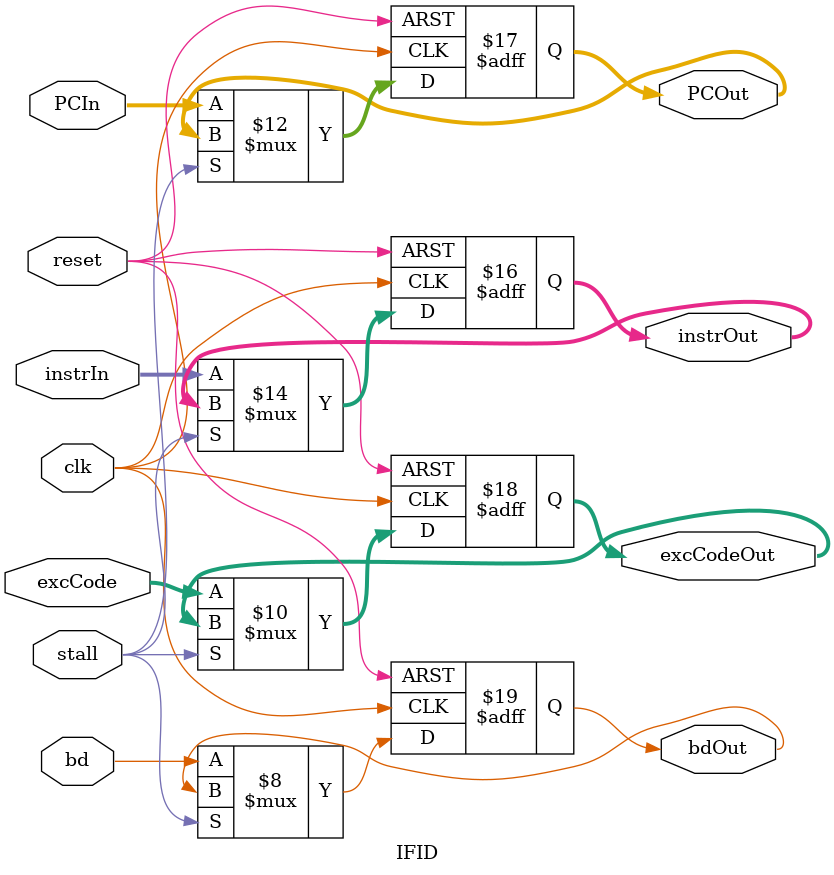
<source format=v>
`timescale 1ns / 1ps
module IFID(
	 input clk,
	 input stall,
	 input reset,
    input [31:0] instrIn,
    output reg [31:0] instrOut=0,
    input [31:0] PCIn,
    output reg [31:0] PCOut=0,
	 
	 input [4:0]excCode,
	 output reg [4:0]excCodeOut=0,
	 input bd,
	 output reg bdOut=0
    );
	 always@(posedge clk or posedge reset)begin
		  if(reset==1)begin
		      PCOut<=0;
				instrOut<=0;
				
				excCodeOut<=0;
				bdOut<=0;
		  end
		  else if(!stall)begin
		      PCOut<=PCIn;
				instrOut<=instrIn;
				
				excCodeOut<=excCode;
				bdOut<=bd;
		  end
	 end


endmodule

</source>
